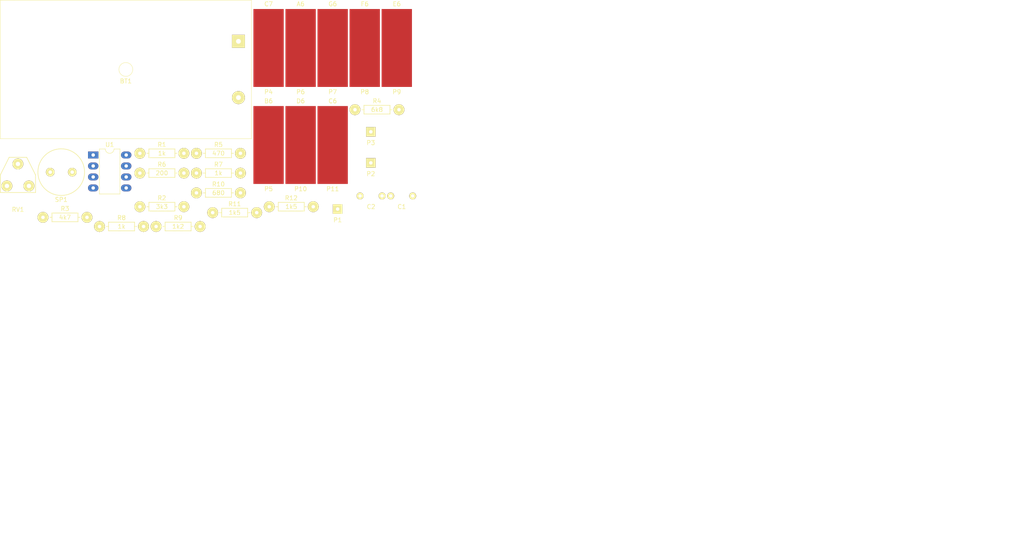
<source format=kicad_pcb>
(kicad_pcb (version 4) (host pcbnew 4.0.2-stable)

  (general
    (links 34)
    (no_connects 34)
    (area 0 0 0 0)
    (thickness 1)
    (drawings 4)
    (tracks 0)
    (zones 0)
    (modules 29)
    (nets 21)
  )

  (page A4)
  (layers
    (0 F.Cu signal)
    (31 B.Cu signal)
    (36 B.SilkS user)
    (37 F.SilkS user)
    (38 B.Mask user)
    (39 F.Mask user)
    (40 Dwgs.User user)
    (41 Cmts.User user)
    (44 Edge.Cuts user)
  )

  (setup
    (last_trace_width 0.25)
    (user_trace_width 0.3)
    (user_trace_width 0.4)
    (user_trace_width 0.5)
    (user_trace_width 0.8)
    (user_trace_width 1)
    (user_trace_width 1.2)
    (trace_clearance 0.2)
    (zone_clearance 0.508)
    (zone_45_only no)
    (trace_min 0.2)
    (segment_width 0.2)
    (edge_width 0.1)
    (via_size 0.6)
    (via_drill 0.4)
    (via_min_size 0.4)
    (via_min_drill 0.3)
    (uvia_size 0.3)
    (uvia_drill 0.1)
    (uvias_allowed no)
    (uvia_min_size 0.2)
    (uvia_min_drill 0.1)
    (pcb_text_width 0.3)
    (pcb_text_size 1.5 1.5)
    (mod_edge_width 0.15)
    (mod_text_size 1 1)
    (mod_text_width 0.15)
    (pad_size 1.5 1.5)
    (pad_drill 0.6)
    (pad_to_mask_clearance 0)
    (aux_axis_origin 0 0)
    (visible_elements FFFFFF7F)
    (pcbplotparams
      (layerselection 0x00030_80000001)
      (usegerberextensions false)
      (excludeedgelayer true)
      (linewidth 0.100000)
      (plotframeref false)
      (viasonmask false)
      (mode 1)
      (useauxorigin false)
      (hpglpennumber 1)
      (hpglpenspeed 20)
      (hpglpendiameter 15)
      (hpglpenoverlay 2)
      (psnegative false)
      (psa4output false)
      (plotreference true)
      (plotvalue true)
      (plotinvisibletext false)
      (padsonsilk false)
      (subtractmaskfromsilk false)
      (outputformat 1)
      (mirror false)
      (drillshape 1)
      (scaleselection 1)
      (outputdirectory ""))
  )

  (net 0 "")
  (net 1 VCC)
  (net 2 GND)
  (net 3 "Net-(C1-Pad1)")
  (net 4 "Net-(C2-Pad1)")
  (net 5 "Net-(C2-Pad2)")
  (net 6 "Net-(P2-Pad1)")
  (net 7 "Net-(P4-Pad1)")
  (net 8 "Net-(P5-Pad1)")
  (net 9 "Net-(P6-Pad1)")
  (net 10 "Net-(P7-Pad1)")
  (net 11 "Net-(P8-Pad1)")
  (net 12 "Net-(P9-Pad1)")
  (net 13 "Net-(P10-Pad1)")
  (net 14 "Net-(P11-Pad1)")
  (net 15 "Net-(R1-Pad2)")
  (net 16 "Net-(R2-Pad1)")
  (net 17 "Net-(R3-Pad1)")
  (net 18 "Net-(R3-Pad2)")
  (net 19 "Net-(R4-Pad2)")
  (net 20 "Net-(U1-Pad7)")

  (net_class Default "これは標準のネット クラスです。"
    (clearance 0.2)
    (trace_width 0.25)
    (via_dia 0.6)
    (via_drill 0.4)
    (uvia_dia 0.3)
    (uvia_drill 0.1)
    (add_net GND)
    (add_net "Net-(C1-Pad1)")
    (add_net "Net-(C2-Pad1)")
    (add_net "Net-(C2-Pad2)")
    (add_net "Net-(P10-Pad1)")
    (add_net "Net-(P11-Pad1)")
    (add_net "Net-(P2-Pad1)")
    (add_net "Net-(P4-Pad1)")
    (add_net "Net-(P5-Pad1)")
    (add_net "Net-(P6-Pad1)")
    (add_net "Net-(P7-Pad1)")
    (add_net "Net-(P8-Pad1)")
    (add_net "Net-(P9-Pad1)")
    (add_net "Net-(R1-Pad2)")
    (add_net "Net-(R2-Pad1)")
    (add_net "Net-(R3-Pad1)")
    (add_net "Net-(R3-Pad2)")
    (add_net "Net-(R4-Pad2)")
    (add_net "Net-(U1-Pad7)")
    (add_net VCC)
  )

  (module Denken:BH-321-1P24 (layer F.Cu) (tedit 58F48D7A) (tstamp 5913D0DA)
    (at 46.250001 33.750001)
    (path /58F49293)
    (fp_text reference BT1 (at 0 2.7) (layer F.SilkS)
      (effects (font (size 1 1) (thickness 0.15)))
    )
    (fp_text value Battery (at 0 -2.5) (layer F.Fab)
      (effects (font (size 1 1) (thickness 0.15)))
    )
    (fp_line (start 29 0) (end 29 -16) (layer F.SilkS) (width 0.1))
    (fp_line (start 29 -16) (end -26 -16) (layer F.SilkS) (width 0.1))
    (fp_line (start -26 -16) (end -29 -16) (layer F.SilkS) (width 0.1))
    (fp_line (start -29 -16) (end -29 16) (layer F.SilkS) (width 0.1))
    (fp_line (start -29 16) (end 29 16) (layer F.SilkS) (width 0.1))
    (fp_line (start 29 16) (end 29 0) (layer F.SilkS) (width 0.1))
    (fp_circle (center 0 0) (end 1.6 0) (layer F.SilkS) (width 0.1))
    (pad 1 thru_hole circle (at 26 6.5) (size 3 3) (drill 1.1) (layers *.Cu *.Mask F.SilkS)
      (net 1 VCC))
    (pad 2 thru_hole rect (at 26 -6.5) (size 3 3) (drill 1.1) (layers *.Cu *.Mask F.SilkS)
      (net 2 GND))
  )

  (module mylib:CP (layer F.Cu) (tedit 57E50FF2) (tstamp 5913D0E0)
    (at 109.94 62.975)
    (path /57FDED2F)
    (fp_text reference C1 (at 0 2.5) (layer F.SilkS)
      (effects (font (size 1 1) (thickness 0.15)))
    )
    (fp_text value 0.047u (at 0 -3) (layer F.Fab)
      (effects (font (size 1 1) (thickness 0.15)))
    )
    (pad 1 thru_hole circle (at -2.54 0) (size 1.6 1.6) (drill 0.8) (layers *.Cu *.Mask F.SilkS)
      (net 3 "Net-(C1-Pad1)"))
    (pad 2 thru_hole circle (at 2.54 0) (size 1.6 1.6) (drill 0.8) (layers *.Cu *.Mask F.SilkS)
      (net 2 GND))
  )

  (module mylib:CP (layer F.Cu) (tedit 57E50FF2) (tstamp 5913D0E6)
    (at 102.86 62.975)
    (path /57FDF6D6)
    (fp_text reference C2 (at 0 2.5) (layer F.SilkS)
      (effects (font (size 1 1) (thickness 0.15)))
    )
    (fp_text value 0.1u (at 0 -3) (layer F.Fab)
      (effects (font (size 1 1) (thickness 0.15)))
    )
    (pad 1 thru_hole circle (at -2.54 0) (size 1.6 1.6) (drill 0.8) (layers *.Cu *.Mask F.SilkS)
      (net 4 "Net-(C2-Pad1)"))
    (pad 2 thru_hole circle (at 2.54 0) (size 1.6 1.6) (drill 0.8) (layers *.Cu *.Mask F.SilkS)
      (net 5 "Net-(C2-Pad2)"))
  )

  (module mylib:holepin (layer F.Cu) (tedit 5802B5CD) (tstamp 5913D0EB)
    (at 95.149763 66.005)
    (path /58F4ED3E)
    (fp_text reference P1 (at 0 2.54) (layer F.SilkS)
      (effects (font (size 1 1) (thickness 0.15)))
    )
    (fp_text value stylus_pen (at 0 -2.54) (layer F.Fab)
      (effects (font (size 1 1) (thickness 0.15)))
    )
    (pad 1 thru_hole rect (at 0 0) (size 2.2 2.2) (drill 0.8) (layers *.Cu *.Mask F.SilkS)
      (net 4 "Net-(C2-Pad1)"))
  )

  (module mylib:holepin (layer F.Cu) (tedit 5802B5CD) (tstamp 5913D0F0)
    (at 102.808333 55.335)
    (path /58EE09E3)
    (fp_text reference P2 (at 0 2.54) (layer F.SilkS)
      (effects (font (size 1 1) (thickness 0.15)))
    )
    (fp_text value CONN_01X01 (at 0 -2.54) (layer F.Fab)
      (effects (font (size 1 1) (thickness 0.15)))
    )
    (pad 1 thru_hole rect (at 0 0) (size 2.2 2.2) (drill 0.8) (layers *.Cu *.Mask F.SilkS)
      (net 6 "Net-(P2-Pad1)"))
  )

  (module mylib:holepin (layer F.Cu) (tedit 5802B5CD) (tstamp 5913D0F5)
    (at 102.808333 48.155)
    (path /58EE08C5)
    (fp_text reference P3 (at 0 2.54) (layer F.SilkS)
      (effects (font (size 1 1) (thickness 0.15)))
    )
    (fp_text value CONN_01X01 (at 0 -2.54) (layer F.Fab)
      (effects (font (size 1 1) (thickness 0.15)))
    )
    (pad 1 thru_hole rect (at 0 0) (size 2.2 2.2) (drill 0.8) (layers *.Cu *.Mask F.SilkS)
      (net 6 "Net-(P2-Pad1)"))
  )

  (module Denken:keybord_1 (layer F.Cu) (tedit 58F487F0) (tstamp 5913D0FA)
    (at 79.2 28.785)
    (path /58F4A897)
    (fp_text reference P4 (at 0 10.16) (layer F.SilkS)
      (effects (font (size 1 1) (thickness 0.15)))
    )
    (fp_text value C7 (at 0 -10.16) (layer F.SilkS)
      (effects (font (size 1 1) (thickness 0.15)))
    )
    (pad 1 smd rect (at 0 0) (size 7 18) (layers F.Cu F.Mask)
      (net 7 "Net-(P4-Pad1)"))
  )

  (module Denken:keybord_1 (layer F.Cu) (tedit 58F487F0) (tstamp 5913D0FF)
    (at 79.2 51.205)
    (path /58F4AA7D)
    (fp_text reference P5 (at 0 10.16) (layer F.SilkS)
      (effects (font (size 1 1) (thickness 0.15)))
    )
    (fp_text value B6 (at 0 -10.16) (layer F.SilkS)
      (effects (font (size 1 1) (thickness 0.15)))
    )
    (pad 1 smd rect (at 0 0) (size 7 18) (layers F.Cu F.Mask)
      (net 8 "Net-(P5-Pad1)"))
  )

  (module Denken:keybord_1 (layer F.Cu) (tedit 58F487F0) (tstamp 5913D104)
    (at 86.6 28.785)
    (path /58F4AAEF)
    (fp_text reference P6 (at 0 10.16) (layer F.SilkS)
      (effects (font (size 1 1) (thickness 0.15)))
    )
    (fp_text value A6 (at 0 -10.16) (layer F.SilkS)
      (effects (font (size 1 1) (thickness 0.15)))
    )
    (pad 1 smd rect (at 0 0) (size 7 18) (layers F.Cu F.Mask)
      (net 9 "Net-(P6-Pad1)"))
  )

  (module Denken:keybord_1 (layer F.Cu) (tedit 58F487F0) (tstamp 5913D109)
    (at 94 28.785)
    (path /58F4AF36)
    (fp_text reference P7 (at 0 10.16) (layer F.SilkS)
      (effects (font (size 1 1) (thickness 0.15)))
    )
    (fp_text value G6 (at 0 -10.16) (layer F.SilkS)
      (effects (font (size 1 1) (thickness 0.15)))
    )
    (pad 1 smd rect (at 0 0) (size 7 18) (layers F.Cu F.Mask)
      (net 10 "Net-(P7-Pad1)"))
  )

  (module Denken:keybord_1 (layer F.Cu) (tedit 58F487F0) (tstamp 5913D10E)
    (at 101.4 28.785)
    (path /58F4AFB2)
    (fp_text reference P8 (at 0 10.16) (layer F.SilkS)
      (effects (font (size 1 1) (thickness 0.15)))
    )
    (fp_text value F6 (at 0 -10.16) (layer F.SilkS)
      (effects (font (size 1 1) (thickness 0.15)))
    )
    (pad 1 smd rect (at 0 0) (size 7 18) (layers F.Cu F.Mask)
      (net 11 "Net-(P8-Pad1)"))
  )

  (module Denken:keybord_1 (layer F.Cu) (tedit 58F487F0) (tstamp 5913D113)
    (at 108.8 28.785)
    (path /58F4B33C)
    (fp_text reference P9 (at 0 10.16) (layer F.SilkS)
      (effects (font (size 1 1) (thickness 0.15)))
    )
    (fp_text value E6 (at 0 -10.16) (layer F.SilkS)
      (effects (font (size 1 1) (thickness 0.15)))
    )
    (pad 1 smd rect (at 0 0) (size 7 18) (layers F.Cu F.Mask)
      (net 12 "Net-(P9-Pad1)"))
  )

  (module Denken:keybord_1 (layer F.Cu) (tedit 58F487F0) (tstamp 5913D118)
    (at 86.6 51.205)
    (path /58F4B500)
    (fp_text reference P10 (at 0 10.16) (layer F.SilkS)
      (effects (font (size 1 1) (thickness 0.15)))
    )
    (fp_text value D6 (at 0 -10.16) (layer F.SilkS)
      (effects (font (size 1 1) (thickness 0.15)))
    )
    (pad 1 smd rect (at 0 0) (size 7 18) (layers F.Cu F.Mask)
      (net 13 "Net-(P10-Pad1)"))
  )

  (module Denken:keybord_1 (layer F.Cu) (tedit 58F487F0) (tstamp 5913D11D)
    (at 94 51.205)
    (path /58F4B57D)
    (fp_text reference P11 (at 0 10.16) (layer F.SilkS)
      (effects (font (size 1 1) (thickness 0.15)))
    )
    (fp_text value C6 (at 0 -10.16) (layer F.SilkS)
      (effects (font (size 1 1) (thickness 0.15)))
    )
    (pad 1 smd rect (at 0 0) (size 7 18) (layers F.Cu F.Mask)
      (net 14 "Net-(P11-Pad1)"))
  )

  (module Denken:R_H_5 (layer F.Cu) (tedit 5836F2DE) (tstamp 5913D129)
    (at 54.57 53.125)
    (path /57FE0CFB)
    (fp_text reference R1 (at 0 -2) (layer F.SilkS)
      (effects (font (size 1 1) (thickness 0.15)))
    )
    (fp_text value 1k (at 0 0) (layer F.SilkS)
      (effects (font (size 1 1) (thickness 0.15)))
    )
    (fp_line (start 3.5 0) (end 3 0) (layer F.SilkS) (width 0.15))
    (fp_line (start -3.5 0) (end -3 0) (layer F.SilkS) (width 0.15))
    (fp_line (start -3 -1) (end -3 1) (layer F.SilkS) (width 0.15))
    (fp_line (start -3 1) (end 3 1) (layer F.SilkS) (width 0.15))
    (fp_line (start 3 1) (end 3 -1) (layer F.SilkS) (width 0.15))
    (fp_line (start 3 -1) (end -3 -1) (layer F.SilkS) (width 0.15))
    (pad 1 thru_hole circle (at -5.08 0) (size 2.5 2.5) (drill 0.8) (layers *.Cu *.Mask F.SilkS)
      (net 1 VCC))
    (pad 2 thru_hole circle (at 5.08 0) (size 2.5 2.5) (drill 0.8) (layers *.Cu *.Mask F.SilkS)
      (net 15 "Net-(R1-Pad2)"))
  )

  (module Denken:R_H_5 (layer F.Cu) (tedit 5836F2DE) (tstamp 5913D135)
    (at 54.57 65.465)
    (path /57FDD016)
    (fp_text reference R2 (at 0 -2) (layer F.SilkS)
      (effects (font (size 1 1) (thickness 0.15)))
    )
    (fp_text value 3k3 (at 0 0) (layer F.SilkS)
      (effects (font (size 1 1) (thickness 0.15)))
    )
    (fp_line (start 3.5 0) (end 3 0) (layer F.SilkS) (width 0.15))
    (fp_line (start -3.5 0) (end -3 0) (layer F.SilkS) (width 0.15))
    (fp_line (start -3 -1) (end -3 1) (layer F.SilkS) (width 0.15))
    (fp_line (start -3 1) (end 3 1) (layer F.SilkS) (width 0.15))
    (fp_line (start 3 1) (end 3 -1) (layer F.SilkS) (width 0.15))
    (fp_line (start 3 -1) (end -3 -1) (layer F.SilkS) (width 0.15))
    (pad 1 thru_hole circle (at -5.08 0) (size 2.5 2.5) (drill 0.8) (layers *.Cu *.Mask F.SilkS)
      (net 16 "Net-(R2-Pad1)"))
    (pad 2 thru_hole circle (at 5.08 0) (size 2.5 2.5) (drill 0.8) (layers *.Cu *.Mask F.SilkS)
      (net 2 GND))
  )

  (module Denken:R_H_5 (layer F.Cu) (tedit 5836F2DE) (tstamp 5913D141)
    (at 32.2 67.925)
    (path /57FDCEB6)
    (fp_text reference R3 (at 0 -2) (layer F.SilkS)
      (effects (font (size 1 1) (thickness 0.15)))
    )
    (fp_text value 4k7 (at 0 0) (layer F.SilkS)
      (effects (font (size 1 1) (thickness 0.15)))
    )
    (fp_line (start 3.5 0) (end 3 0) (layer F.SilkS) (width 0.15))
    (fp_line (start -3.5 0) (end -3 0) (layer F.SilkS) (width 0.15))
    (fp_line (start -3 -1) (end -3 1) (layer F.SilkS) (width 0.15))
    (fp_line (start -3 1) (end 3 1) (layer F.SilkS) (width 0.15))
    (fp_line (start 3 1) (end 3 -1) (layer F.SilkS) (width 0.15))
    (fp_line (start 3 -1) (end -3 -1) (layer F.SilkS) (width 0.15))
    (pad 1 thru_hole circle (at -5.08 0) (size 2.5 2.5) (drill 0.8) (layers *.Cu *.Mask F.SilkS)
      (net 17 "Net-(R3-Pad1)"))
    (pad 2 thru_hole circle (at 5.08 0) (size 2.5 2.5) (drill 0.8) (layers *.Cu *.Mask F.SilkS)
      (net 18 "Net-(R3-Pad2)"))
  )

  (module Denken:R_H_5 (layer F.Cu) (tedit 5836F2DE) (tstamp 5913D14D)
    (at 104.23 43.045)
    (path /57FE0D55)
    (fp_text reference R4 (at 0 -2) (layer F.SilkS)
      (effects (font (size 1 1) (thickness 0.15)))
    )
    (fp_text value 6k8 (at 0 0) (layer F.SilkS)
      (effects (font (size 1 1) (thickness 0.15)))
    )
    (fp_line (start 3.5 0) (end 3 0) (layer F.SilkS) (width 0.15))
    (fp_line (start -3.5 0) (end -3 0) (layer F.SilkS) (width 0.15))
    (fp_line (start -3 -1) (end -3 1) (layer F.SilkS) (width 0.15))
    (fp_line (start -3 1) (end 3 1) (layer F.SilkS) (width 0.15))
    (fp_line (start 3 1) (end 3 -1) (layer F.SilkS) (width 0.15))
    (fp_line (start 3 -1) (end -3 -1) (layer F.SilkS) (width 0.15))
    (pad 1 thru_hole circle (at -5.08 0) (size 2.5 2.5) (drill 0.8) (layers *.Cu *.Mask F.SilkS)
      (net 7 "Net-(P4-Pad1)"))
    (pad 2 thru_hole circle (at 5.08 0) (size 2.5 2.5) (drill 0.8) (layers *.Cu *.Mask F.SilkS)
      (net 19 "Net-(R4-Pad2)"))
  )

  (module Denken:R_H_5 (layer F.Cu) (tedit 5836F2DE) (tstamp 5913D159)
    (at 67.63 53.125)
    (path /57FDCF0E)
    (fp_text reference R5 (at 0 -2) (layer F.SilkS)
      (effects (font (size 1 1) (thickness 0.15)))
    )
    (fp_text value 470 (at 0 0) (layer F.SilkS)
      (effects (font (size 1 1) (thickness 0.15)))
    )
    (fp_line (start 3.5 0) (end 3 0) (layer F.SilkS) (width 0.15))
    (fp_line (start -3.5 0) (end -3 0) (layer F.SilkS) (width 0.15))
    (fp_line (start -3 -1) (end -3 1) (layer F.SilkS) (width 0.15))
    (fp_line (start -3 1) (end 3 1) (layer F.SilkS) (width 0.15))
    (fp_line (start 3 1) (end 3 -1) (layer F.SilkS) (width 0.15))
    (fp_line (start 3 -1) (end -3 -1) (layer F.SilkS) (width 0.15))
    (pad 1 thru_hole circle (at -5.08 0) (size 2.5 2.5) (drill 0.8) (layers *.Cu *.Mask F.SilkS)
      (net 19 "Net-(R4-Pad2)"))
    (pad 2 thru_hole circle (at 5.08 0) (size 2.5 2.5) (drill 0.8) (layers *.Cu *.Mask F.SilkS)
      (net 3 "Net-(C1-Pad1)"))
  )

  (module Denken:R_H_5 (layer F.Cu) (tedit 5836F2DE) (tstamp 5913D165)
    (at 54.57 57.695)
    (path /57FE1F25)
    (fp_text reference R6 (at 0 -2) (layer F.SilkS)
      (effects (font (size 1 1) (thickness 0.15)))
    )
    (fp_text value 200 (at 0 0) (layer F.SilkS)
      (effects (font (size 1 1) (thickness 0.15)))
    )
    (fp_line (start 3.5 0) (end 3 0) (layer F.SilkS) (width 0.15))
    (fp_line (start -3.5 0) (end -3 0) (layer F.SilkS) (width 0.15))
    (fp_line (start -3 -1) (end -3 1) (layer F.SilkS) (width 0.15))
    (fp_line (start -3 1) (end 3 1) (layer F.SilkS) (width 0.15))
    (fp_line (start 3 1) (end 3 -1) (layer F.SilkS) (width 0.15))
    (fp_line (start 3 -1) (end -3 -1) (layer F.SilkS) (width 0.15))
    (pad 1 thru_hole circle (at -5.08 0) (size 2.5 2.5) (drill 0.8) (layers *.Cu *.Mask F.SilkS)
      (net 7 "Net-(P4-Pad1)"))
    (pad 2 thru_hole circle (at 5.08 0) (size 2.5 2.5) (drill 0.8) (layers *.Cu *.Mask F.SilkS)
      (net 8 "Net-(P5-Pad1)"))
  )

  (module Denken:R_H_5 (layer F.Cu) (tedit 5836F2DE) (tstamp 5913D171)
    (at 67.63 57.695)
    (path /57FE108C)
    (fp_text reference R7 (at 0 -2) (layer F.SilkS)
      (effects (font (size 1 1) (thickness 0.15)))
    )
    (fp_text value 1k (at 0 0) (layer F.SilkS)
      (effects (font (size 1 1) (thickness 0.15)))
    )
    (fp_line (start 3.5 0) (end 3 0) (layer F.SilkS) (width 0.15))
    (fp_line (start -3.5 0) (end -3 0) (layer F.SilkS) (width 0.15))
    (fp_line (start -3 -1) (end -3 1) (layer F.SilkS) (width 0.15))
    (fp_line (start -3 1) (end 3 1) (layer F.SilkS) (width 0.15))
    (fp_line (start 3 1) (end 3 -1) (layer F.SilkS) (width 0.15))
    (fp_line (start 3 -1) (end -3 -1) (layer F.SilkS) (width 0.15))
    (pad 1 thru_hole circle (at -5.08 0) (size 2.5 2.5) (drill 0.8) (layers *.Cu *.Mask F.SilkS)
      (net 8 "Net-(P5-Pad1)"))
    (pad 2 thru_hole circle (at 5.08 0) (size 2.5 2.5) (drill 0.8) (layers *.Cu *.Mask F.SilkS)
      (net 9 "Net-(P6-Pad1)"))
  )

  (module Denken:R_H_5 (layer F.Cu) (tedit 5836F2DE) (tstamp 5913D17D)
    (at 45.26 70.035)
    (path /57FE1186)
    (fp_text reference R8 (at 0 -2) (layer F.SilkS)
      (effects (font (size 1 1) (thickness 0.15)))
    )
    (fp_text value 1k (at 0 0) (layer F.SilkS)
      (effects (font (size 1 1) (thickness 0.15)))
    )
    (fp_line (start 3.5 0) (end 3 0) (layer F.SilkS) (width 0.15))
    (fp_line (start -3.5 0) (end -3 0) (layer F.SilkS) (width 0.15))
    (fp_line (start -3 -1) (end -3 1) (layer F.SilkS) (width 0.15))
    (fp_line (start -3 1) (end 3 1) (layer F.SilkS) (width 0.15))
    (fp_line (start 3 1) (end 3 -1) (layer F.SilkS) (width 0.15))
    (fp_line (start 3 -1) (end -3 -1) (layer F.SilkS) (width 0.15))
    (pad 1 thru_hole circle (at -5.08 0) (size 2.5 2.5) (drill 0.8) (layers *.Cu *.Mask F.SilkS)
      (net 9 "Net-(P6-Pad1)"))
    (pad 2 thru_hole circle (at 5.08 0) (size 2.5 2.5) (drill 0.8) (layers *.Cu *.Mask F.SilkS)
      (net 10 "Net-(P7-Pad1)"))
  )

  (module Denken:R_H_5 (layer F.Cu) (tedit 5836F2DE) (tstamp 5913D189)
    (at 58.32 70.035)
    (path /57FE11CF)
    (fp_text reference R9 (at 0 -2) (layer F.SilkS)
      (effects (font (size 1 1) (thickness 0.15)))
    )
    (fp_text value 1k2 (at 0 0) (layer F.SilkS)
      (effects (font (size 1 1) (thickness 0.15)))
    )
    (fp_line (start 3.5 0) (end 3 0) (layer F.SilkS) (width 0.15))
    (fp_line (start -3.5 0) (end -3 0) (layer F.SilkS) (width 0.15))
    (fp_line (start -3 -1) (end -3 1) (layer F.SilkS) (width 0.15))
    (fp_line (start -3 1) (end 3 1) (layer F.SilkS) (width 0.15))
    (fp_line (start 3 1) (end 3 -1) (layer F.SilkS) (width 0.15))
    (fp_line (start 3 -1) (end -3 -1) (layer F.SilkS) (width 0.15))
    (pad 1 thru_hole circle (at -5.08 0) (size 2.5 2.5) (drill 0.8) (layers *.Cu *.Mask F.SilkS)
      (net 10 "Net-(P7-Pad1)"))
    (pad 2 thru_hole circle (at 5.08 0) (size 2.5 2.5) (drill 0.8) (layers *.Cu *.Mask F.SilkS)
      (net 11 "Net-(P8-Pad1)"))
  )

  (module Denken:R_H_5 (layer F.Cu) (tedit 5836F2DE) (tstamp 5913D195)
    (at 67.63 62.265)
    (path /57FE128B)
    (fp_text reference R10 (at 0 -2) (layer F.SilkS)
      (effects (font (size 1 1) (thickness 0.15)))
    )
    (fp_text value 680 (at 0 0) (layer F.SilkS)
      (effects (font (size 1 1) (thickness 0.15)))
    )
    (fp_line (start 3.5 0) (end 3 0) (layer F.SilkS) (width 0.15))
    (fp_line (start -3.5 0) (end -3 0) (layer F.SilkS) (width 0.15))
    (fp_line (start -3 -1) (end -3 1) (layer F.SilkS) (width 0.15))
    (fp_line (start -3 1) (end 3 1) (layer F.SilkS) (width 0.15))
    (fp_line (start 3 1) (end 3 -1) (layer F.SilkS) (width 0.15))
    (fp_line (start 3 -1) (end -3 -1) (layer F.SilkS) (width 0.15))
    (pad 1 thru_hole circle (at -5.08 0) (size 2.5 2.5) (drill 0.8) (layers *.Cu *.Mask F.SilkS)
      (net 11 "Net-(P8-Pad1)"))
    (pad 2 thru_hole circle (at 5.08 0) (size 2.5 2.5) (drill 0.8) (layers *.Cu *.Mask F.SilkS)
      (net 12 "Net-(P9-Pad1)"))
  )

  (module Denken:R_H_5 (layer F.Cu) (tedit 5836F2DE) (tstamp 5913D1A1)
    (at 71.38 66.835)
    (path /57FE13D2)
    (fp_text reference R11 (at 0 -2) (layer F.SilkS)
      (effects (font (size 1 1) (thickness 0.15)))
    )
    (fp_text value 1k5 (at 0 0) (layer F.SilkS)
      (effects (font (size 1 1) (thickness 0.15)))
    )
    (fp_line (start 3.5 0) (end 3 0) (layer F.SilkS) (width 0.15))
    (fp_line (start -3.5 0) (end -3 0) (layer F.SilkS) (width 0.15))
    (fp_line (start -3 -1) (end -3 1) (layer F.SilkS) (width 0.15))
    (fp_line (start -3 1) (end 3 1) (layer F.SilkS) (width 0.15))
    (fp_line (start 3 1) (end 3 -1) (layer F.SilkS) (width 0.15))
    (fp_line (start 3 -1) (end -3 -1) (layer F.SilkS) (width 0.15))
    (pad 1 thru_hole circle (at -5.08 0) (size 2.5 2.5) (drill 0.8) (layers *.Cu *.Mask F.SilkS)
      (net 12 "Net-(P9-Pad1)"))
    (pad 2 thru_hole circle (at 5.08 0) (size 2.5 2.5) (drill 0.8) (layers *.Cu *.Mask F.SilkS)
      (net 13 "Net-(P10-Pad1)"))
  )

  (module Denken:R_H_5 (layer F.Cu) (tedit 5836F2DE) (tstamp 5913D1AD)
    (at 84.44 65.465)
    (path /57FE142A)
    (fp_text reference R12 (at 0 -2) (layer F.SilkS)
      (effects (font (size 1 1) (thickness 0.15)))
    )
    (fp_text value 1k5 (at 0 0) (layer F.SilkS)
      (effects (font (size 1 1) (thickness 0.15)))
    )
    (fp_line (start 3.5 0) (end 3 0) (layer F.SilkS) (width 0.15))
    (fp_line (start -3.5 0) (end -3 0) (layer F.SilkS) (width 0.15))
    (fp_line (start -3 -1) (end -3 1) (layer F.SilkS) (width 0.15))
    (fp_line (start -3 1) (end 3 1) (layer F.SilkS) (width 0.15))
    (fp_line (start 3 1) (end 3 -1) (layer F.SilkS) (width 0.15))
    (fp_line (start 3 -1) (end -3 -1) (layer F.SilkS) (width 0.15))
    (pad 1 thru_hole circle (at -5.08 0) (size 2.5 2.5) (drill 0.8) (layers *.Cu *.Mask F.SilkS)
      (net 13 "Net-(P10-Pad1)"))
    (pad 2 thru_hole circle (at 5.08 0) (size 2.5 2.5) (drill 0.8) (layers *.Cu *.Mask F.SilkS)
      (net 14 "Net-(P11-Pad1)"))
  )

  (module mylib:pod (layer F.Cu) (tedit 58086855) (tstamp 5913D1BA)
    (at 21.339001 58.125)
    (path /58F48DAC)
    (fp_text reference RV1 (at 0 8) (layer F.SilkS)
      (effects (font (size 1 1) (thickness 0.15)))
    )
    (fp_text value POT (at 0 -7) (layer F.Fab)
      (effects (font (size 1 1) (thickness 0.15)))
    )
    (fp_line (start -4.064 4.064) (end 4.064 4.064) (layer F.SilkS) (width 0.15))
    (fp_line (start 4.064 4.064) (end 4.064 0) (layer F.SilkS) (width 0.15))
    (fp_line (start 4.064 0) (end 2.032 -4.064) (layer F.SilkS) (width 0.15))
    (fp_line (start 2.032 -4.064) (end -2.032 -4.064) (layer F.SilkS) (width 0.15))
    (fp_line (start -2.032 -4.064) (end -4.064 0) (layer F.SilkS) (width 0.15))
    (fp_line (start -4.064 0) (end -4.064 4.064) (layer F.SilkS) (width 0.15))
    (pad 2 thru_hole circle (at 0 -2.54) (size 2.5 2.5) (drill 1) (layers *.Cu *.Mask F.SilkS)
      (net 18 "Net-(R3-Pad2)"))
    (pad 3 thru_hole circle (at 2.54 2.54) (size 2.5 2.5) (drill 1) (layers *.Cu *.Mask F.SilkS)
      (net 16 "Net-(R2-Pad1)"))
    (pad 1 thru_hole circle (at -2.54 2.54) (size 2.5 2.5) (drill 1) (layers *.Cu *.Mask F.SilkS)
      (net 15 "Net-(R1-Pad2)"))
  )

  (module mylib:Speaker (layer F.Cu) (tedit 5802B713) (tstamp 5913D1C1)
    (at 31.333155 57.475)
    (path /57FDF424)
    (fp_text reference SP1 (at 0 6.35) (layer F.SilkS)
      (effects (font (size 1 1) (thickness 0.15)))
    )
    (fp_text value SPEAKER (at 0 -6.35) (layer F.Fab)
      (effects (font (size 1 1) (thickness 0.15)))
    )
    (fp_circle (center 0 0) (end 3.81 3.81) (layer F.SilkS) (width 0.15))
    (pad 1 thru_hole circle (at -2.54 0) (size 2 2) (drill 0.8) (layers *.Cu *.Mask F.SilkS)
      (net 5 "Net-(C2-Pad2)"))
    (pad 2 thru_hole circle (at 2.54 0) (size 2 2) (drill 0.8) (layers *.Cu *.Mask F.SilkS)
      (net 2 GND))
  )

  (module Housings_DIP:DIP-8_W7.62mm_LongPads (layer F.Cu) (tedit 58CC8E33) (tstamp 5913D1DD)
    (at 38.715001 53.515)
    (descr "8-lead dip package, row spacing 7.62 mm (300 mils), LongPads")
    (tags "DIL DIP PDIP 2.54mm 7.62mm 300mil LongPads")
    (path /58F49A2A)
    (fp_text reference U1 (at 3.81 -2.39) (layer F.SilkS)
      (effects (font (size 1 1) (thickness 0.15)))
    )
    (fp_text value LM555N (at 3.81 10.01) (layer F.Fab)
      (effects (font (size 1 1) (thickness 0.15)))
    )
    (fp_text user %R (at 3.81 3.81) (layer F.Fab)
      (effects (font (size 1 1) (thickness 0.15)))
    )
    (fp_line (start 1.635 -1.27) (end 6.985 -1.27) (layer F.Fab) (width 0.1))
    (fp_line (start 6.985 -1.27) (end 6.985 8.89) (layer F.Fab) (width 0.1))
    (fp_line (start 6.985 8.89) (end 0.635 8.89) (layer F.Fab) (width 0.1))
    (fp_line (start 0.635 8.89) (end 0.635 -0.27) (layer F.Fab) (width 0.1))
    (fp_line (start 0.635 -0.27) (end 1.635 -1.27) (layer F.Fab) (width 0.1))
    (fp_line (start 2.81 -1.39) (end 1.44 -1.39) (layer F.SilkS) (width 0.12))
    (fp_line (start 1.44 -1.39) (end 1.44 9.01) (layer F.SilkS) (width 0.12))
    (fp_line (start 1.44 9.01) (end 6.18 9.01) (layer F.SilkS) (width 0.12))
    (fp_line (start 6.18 9.01) (end 6.18 -1.39) (layer F.SilkS) (width 0.12))
    (fp_line (start 6.18 -1.39) (end 4.81 -1.39) (layer F.SilkS) (width 0.12))
    (fp_line (start -1.5 -1.6) (end -1.5 9.2) (layer F.CrtYd) (width 0.05))
    (fp_line (start -1.5 9.2) (end 9.1 9.2) (layer F.CrtYd) (width 0.05))
    (fp_line (start 9.1 9.2) (end 9.1 -1.6) (layer F.CrtYd) (width 0.05))
    (fp_line (start 9.1 -1.6) (end -1.5 -1.6) (layer F.CrtYd) (width 0.05))
    (fp_arc (start 3.81 -1.39) (end 2.81 -1.39) (angle -180) (layer F.SilkS) (width 0.12))
    (pad 1 thru_hole rect (at 0 0) (size 2.4 1.6) (drill 0.8) (layers *.Cu *.Mask)
      (net 2 GND))
    (pad 5 thru_hole oval (at 7.62 7.62) (size 2.4 1.6) (drill 0.8) (layers *.Cu *.Mask)
      (net 17 "Net-(R3-Pad1)"))
    (pad 2 thru_hole oval (at 0 2.54) (size 2.4 1.6) (drill 0.8) (layers *.Cu *.Mask)
      (net 3 "Net-(C1-Pad1)"))
    (pad 6 thru_hole oval (at 7.62 5.08) (size 2.4 1.6) (drill 0.8) (layers *.Cu *.Mask)
      (net 3 "Net-(C1-Pad1)"))
    (pad 3 thru_hole oval (at 0 5.08) (size 2.4 1.6) (drill 0.8) (layers *.Cu *.Mask)
      (net 4 "Net-(C2-Pad1)"))
    (pad 7 thru_hole oval (at 7.62 2.54) (size 2.4 1.6) (drill 0.8) (layers *.Cu *.Mask)
      (net 20 "Net-(U1-Pad7)"))
    (pad 4 thru_hole oval (at 0 7.62) (size 2.4 1.6) (drill 0.8) (layers *.Cu *.Mask)
      (net 1 VCC))
    (pad 8 thru_hole oval (at 7.62 0) (size 2.4 1.6) (drill 0.8) (layers *.Cu *.Mask)
      (net 1 VCC))
    (model Housings_DIP.3dshapes/DIP-8_W7.62mm_LongPads.wrl
      (at (xyz 0 0 0))
      (scale (xyz 1 1 1))
      (rotate (xyz 0 0 0))
    )
  )

  (gr_line (start 253.5 44.5) (end 153.5 44.5) (angle 90) (layer Dwgs.User) (width 0.2))
  (gr_line (start 253.5 144.5) (end 253.5 44.5) (angle 90) (layer Dwgs.User) (width 0.2))
  (gr_line (start 153.5 144.5) (end 253.5 144.5) (angle 90) (layer Dwgs.User) (width 0.2))
  (gr_line (start 153.5 44.5) (end 153.5 144.5) (angle 90) (layer Dwgs.User) (width 0.2))

)

</source>
